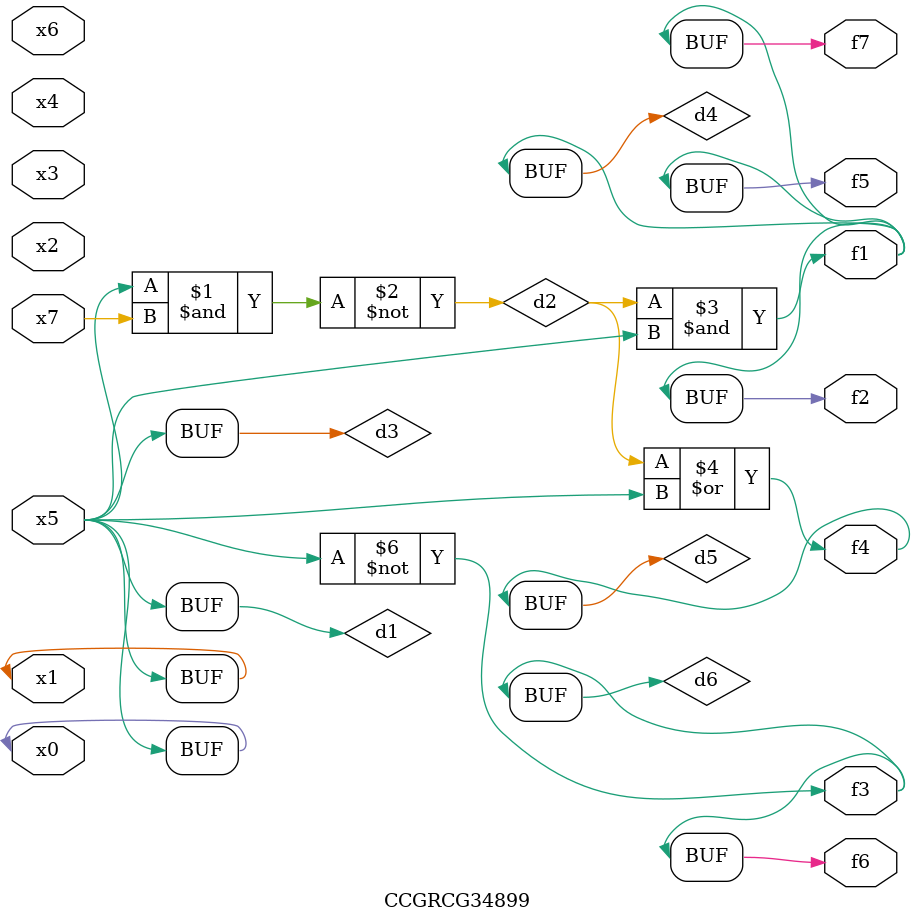
<source format=v>
module CCGRCG34899(
	input x0, x1, x2, x3, x4, x5, x6, x7,
	output f1, f2, f3, f4, f5, f6, f7
);

	wire d1, d2, d3, d4, d5, d6;

	buf (d1, x0, x5);
	nand (d2, x5, x7);
	buf (d3, x0, x1);
	and (d4, d2, d3);
	or (d5, d2, d3);
	nor (d6, d1, d3);
	assign f1 = d4;
	assign f2 = d4;
	assign f3 = d6;
	assign f4 = d5;
	assign f5 = d4;
	assign f6 = d6;
	assign f7 = d4;
endmodule

</source>
